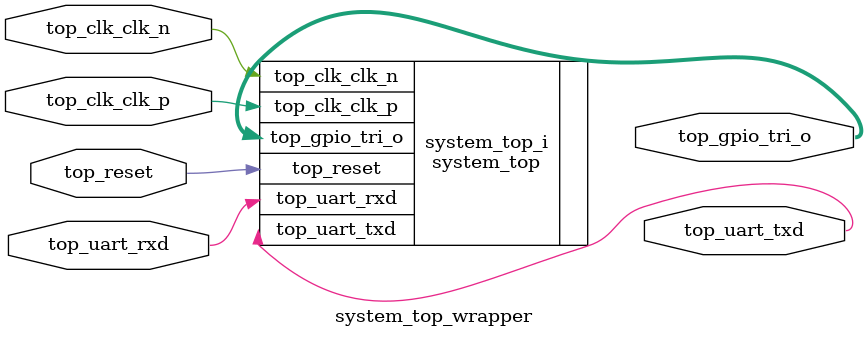
<source format=v>
`timescale 1 ps / 1 ps

module system_top_wrapper
   (top_clk_clk_n,
    top_clk_clk_p,
    top_gpio_tri_o,
    top_reset,
    top_uart_rxd,
    top_uart_txd);
  input top_clk_clk_n;
  input top_clk_clk_p;
  output [1:0]top_gpio_tri_o;
  input top_reset;
  input top_uart_rxd;
  output top_uart_txd;

  wire top_clk_clk_n;
  wire top_clk_clk_p;
  wire [1:0]top_gpio_tri_o;
  wire top_reset;
  wire top_uart_rxd;
  wire top_uart_txd;

  system_top system_top_i
       (.top_clk_clk_n(top_clk_clk_n),
        .top_clk_clk_p(top_clk_clk_p),
        .top_gpio_tri_o(top_gpio_tri_o),
        .top_reset(top_reset),
        .top_uart_rxd(top_uart_rxd),
        .top_uart_txd(top_uart_txd));
endmodule

</source>
